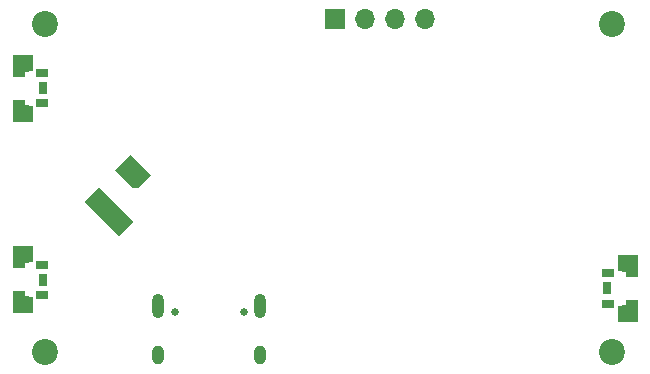
<source format=gbr>
%TF.GenerationSoftware,KiCad,Pcbnew,7.0.11-7.0.11~ubuntu22.04.1*%
%TF.CreationDate,2024-11-26T11:44:11+01:00*%
%TF.ProjectId,H-C6-ulp,482d4336-2d75-46c7-902e-6b696361645f,rev?*%
%TF.SameCoordinates,Original*%
%TF.FileFunction,Soldermask,Bot*%
%TF.FilePolarity,Negative*%
%FSLAX46Y46*%
G04 Gerber Fmt 4.6, Leading zero omitted, Abs format (unit mm)*
G04 Created by KiCad (PCBNEW 7.0.11-7.0.11~ubuntu22.04.1) date 2024-11-26 11:44:11*
%MOMM*%
%LPD*%
G01*
G04 APERTURE LIST*
G04 Aperture macros list*
%AMRotRect*
0 Rectangle, with rotation*
0 The origin of the aperture is its center*
0 $1 length*
0 $2 width*
0 $3 Rotation angle, in degrees counterclockwise*
0 Add horizontal line*
21,1,$1,$2,0,0,$3*%
%AMOutline5P*
0 Free polygon, 5 corners , with rotation*
0 The origin of the aperture is its center*
0 number of corners: always 5*
0 $1 to $10 corner X, Y*
0 $11 Rotation angle, in degrees counterclockwise*
0 create outline with 5 corners*
4,1,5,$1,$2,$3,$4,$5,$6,$7,$8,$9,$10,$1,$2,$11*%
%AMOutline6P*
0 Free polygon, 6 corners , with rotation*
0 The origin of the aperture is its center*
0 number of corners: always 6*
0 $1 to $12 corner X, Y*
0 $13 Rotation angle, in degrees counterclockwise*
0 create outline with 6 corners*
4,1,6,$1,$2,$3,$4,$5,$6,$7,$8,$9,$10,$11,$12,$1,$2,$13*%
%AMOutline7P*
0 Free polygon, 7 corners , with rotation*
0 The origin of the aperture is its center*
0 number of corners: always 7*
0 $1 to $14 corner X, Y*
0 $15 Rotation angle, in degrees counterclockwise*
0 create outline with 7 corners*
4,1,7,$1,$2,$3,$4,$5,$6,$7,$8,$9,$10,$11,$12,$13,$14,$1,$2,$15*%
%AMOutline8P*
0 Free polygon, 8 corners , with rotation*
0 The origin of the aperture is its center*
0 number of corners: always 8*
0 $1 to $16 corner X, Y*
0 $17 Rotation angle, in degrees counterclockwise*
0 create outline with 8 corners*
4,1,8,$1,$2,$3,$4,$5,$6,$7,$8,$9,$10,$11,$12,$13,$14,$15,$16,$1,$2,$17*%
%AMFreePoly0*
4,1,21,0.435355,0.485355,0.450000,0.450000,0.450000,0.206001,0.479746,0.140866,0.500000,0.000000,0.479746,-0.140866,0.452741,-0.200000,0.900000,-0.200000,0.935355,-0.214645,0.950000,-0.250000,0.950000,-1.150000,0.935355,-1.185355,0.900000,-1.200000,-0.900000,-1.200000,-0.935355,-1.185355,-0.950000,-1.150000,-0.950000,0.450000,-0.935355,0.485355,-0.900000,0.500000,0.400000,0.500000,
0.435355,0.485355,0.435355,0.485355,$1*%
%AMFreePoly1*
4,1,21,0.935355,0.485355,0.950000,0.450000,0.950000,-1.150000,0.935355,-1.185355,0.900000,-1.200000,-0.900000,-1.200000,-0.935355,-1.185355,-0.950000,-1.150000,-0.950000,-0.250000,-0.935355,-0.214645,-0.900000,-0.200000,-0.452741,-0.200000,-0.479746,-0.140866,-0.500000,0.000000,-0.479746,0.140866,-0.450000,0.206001,-0.450000,0.450000,-0.435355,0.485355,-0.400000,0.500000,0.900000,0.500000,
0.935355,0.485355,0.935355,0.485355,$1*%
G04 Aperture macros list end*
%ADD10C,2.200000*%
%ADD11C,0.650000*%
%ADD12O,1.000000X2.100000*%
%ADD13O,1.000000X1.600000*%
%ADD14R,1.700000X1.700000*%
%ADD15O,1.700000X1.700000*%
%ADD16R,1.000000X0.800000*%
%ADD17R,0.700000X1.100000*%
%ADD18C,1.000000*%
%ADD19FreePoly0,270.000000*%
%ADD20FreePoly1,270.000000*%
%ADD21FreePoly0,90.000000*%
%ADD22FreePoly1,90.000000*%
%ADD23Outline5P,-0.950000X1.225000X0.950000X1.225000X0.950000X-1.225000X-0.570000X-1.225000X-0.950000X-0.845000X45.000000*%
%ADD24RotRect,4.100000X1.700000X135.000000*%
G04 APERTURE END LIST*
D10*
%TO.C,H2*%
X165975000Y-50200000D03*
%TD*%
%TO.C,H4*%
X165975000Y-78000000D03*
%TD*%
%TO.C,H3*%
X118000000Y-78000000D03*
%TD*%
%TO.C,H1*%
X118000000Y-50200000D03*
%TD*%
D11*
%TO.C,J1*%
X129025000Y-74620000D03*
X134805000Y-74620000D03*
D12*
X127595000Y-74090000D03*
D13*
X127595000Y-78270000D03*
D12*
X136235000Y-74090000D03*
D13*
X136235000Y-78270000D03*
%TD*%
D14*
%TO.C,J5*%
X142590000Y-49770000D03*
D15*
X145130000Y-49770000D03*
X147670000Y-49770000D03*
X150210000Y-49770000D03*
%TD*%
D16*
%TO.C,U6*%
X117780000Y-73190000D03*
X117780000Y-70590000D03*
D17*
X117820000Y-71890000D03*
D18*
X116450000Y-69990000D03*
D19*
X116450000Y-69990000D03*
D18*
X116450000Y-73790000D03*
D20*
X116450000Y-73790000D03*
%TD*%
D16*
%TO.C,U4*%
X117780000Y-56950000D03*
X117780000Y-54350000D03*
D17*
X117820000Y-55650000D03*
D18*
X116450000Y-53750000D03*
D19*
X116450000Y-53750000D03*
D18*
X116450000Y-57550000D03*
D20*
X116450000Y-57550000D03*
%TD*%
D16*
%TO.C,U5*%
X165650000Y-71300000D03*
X165650000Y-73900000D03*
D17*
X165610000Y-72600000D03*
D18*
X166980000Y-74500000D03*
D21*
X166980000Y-74500000D03*
D18*
X166980000Y-70700000D03*
D22*
X166980000Y-70700000D03*
%TD*%
D23*
%TO.C,C24*%
X125445860Y-62808418D03*
D24*
X123420000Y-66100000D03*
%TD*%
M02*

</source>
